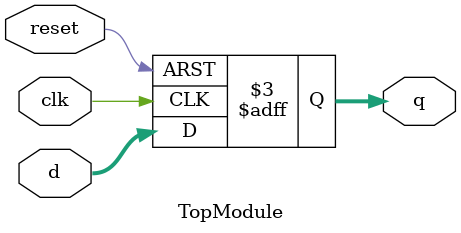
<source format=sv>

module TopModule (
  input clk,
  input [7:0] d,
  input reset,
  output reg [7:0] q
);
always @(negedge clk or posedge reset) begin
  if (reset)
    q <= 8'b0110_0100; // Setting initial value to 0x34
  else
    q <= d; // Assigning the value of 'd' when reset is not active
end

assign q[7] = !q[7]; // Inverting the most significant bit (MSB) for active high reset

endmodule

</source>
